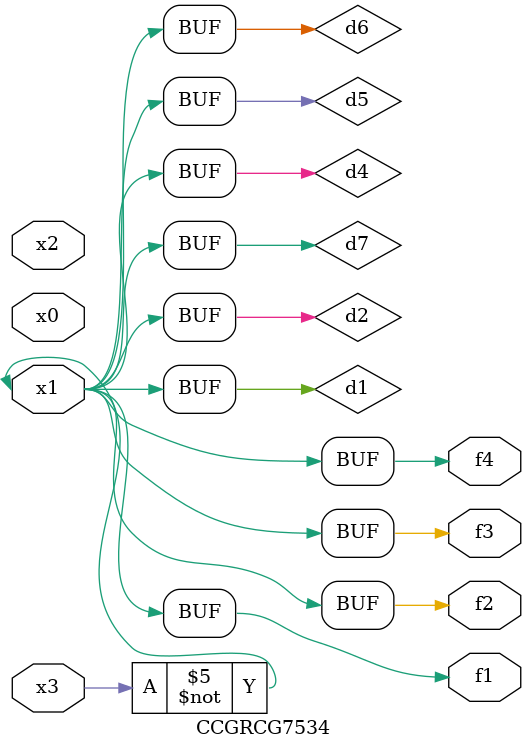
<source format=v>
module CCGRCG7534(
	input x0, x1, x2, x3,
	output f1, f2, f3, f4
);

	wire d1, d2, d3, d4, d5, d6, d7;

	not (d1, x3);
	buf (d2, x1);
	xnor (d3, d1, d2);
	nor (d4, d1);
	buf (d5, d1, d2);
	buf (d6, d4, d5);
	nand (d7, d4);
	assign f1 = d6;
	assign f2 = d7;
	assign f3 = d6;
	assign f4 = d6;
endmodule

</source>
